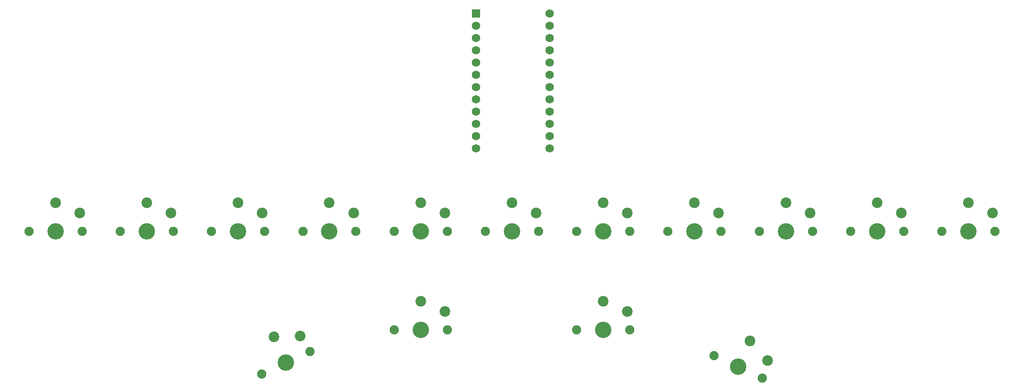
<source format=gbr>
%TF.GenerationSoftware,KiCad,Pcbnew,(5.1.8-0-10_14)*%
%TF.CreationDate,2020-12-22T21:08:17+00:00*%
%TF.ProjectId,sudokillall,7375646f-6b69-46c6-9c61-6c6c2e6b6963,rev?*%
%TF.SameCoordinates,Original*%
%TF.FileFunction,Soldermask,Bot*%
%TF.FilePolarity,Negative*%
%FSLAX46Y46*%
G04 Gerber Fmt 4.6, Leading zero omitted, Abs format (unit mm)*
G04 Created by KiCad (PCBNEW (5.1.8-0-10_14)) date 2020-12-22 21:08:17*
%MOMM*%
%LPD*%
G01*
G04 APERTURE LIST*
%ADD10C,1.752600*%
%ADD11R,1.752600X1.752600*%
%ADD12C,2.200000*%
%ADD13C,1.900000*%
%ADD14C,3.400000*%
G04 APERTURE END LIST*
D10*
%TO.C,U1*%
X171620000Y6046000D03*
X171620000Y3506000D03*
X171620000Y966000D03*
X171620000Y-1574000D03*
X171620000Y-4114000D03*
X171620000Y-6654000D03*
X171620000Y-9194000D03*
X171620000Y-11734000D03*
X171620000Y-14274000D03*
X171620000Y-16814000D03*
X171620000Y-19354000D03*
X171620000Y-21894000D03*
X156380000Y-21894000D03*
X156380000Y-19354000D03*
X156380000Y-16814000D03*
X156380000Y-14274000D03*
X156380000Y-11734000D03*
X156380000Y-9194000D03*
X156380000Y-6654000D03*
X156380000Y-4114000D03*
X156380000Y-1574000D03*
X156380000Y966000D03*
X156380000Y3506000D03*
D11*
X156380000Y6046000D03*
%TD*%
D12*
%TO.C,K4*%
X131000000Y-35300000D03*
X126000000Y-33200000D03*
D13*
X131500000Y-39100000D03*
X120500000Y-39100000D03*
D14*
X126000000Y-39100000D03*
%TD*%
D12*
%TO.C,K11*%
X263300000Y-35300000D03*
X258300000Y-33200000D03*
D13*
X263800000Y-39100000D03*
X252800000Y-39100000D03*
D14*
X258300000Y-39100000D03*
%TD*%
D12*
%TO.C,K10*%
X244400000Y-35300000D03*
X239400000Y-33200000D03*
D13*
X244900000Y-39100000D03*
X233900000Y-39100000D03*
D14*
X239400000Y-39100000D03*
%TD*%
D12*
%TO.C,K9*%
X225500000Y-35300000D03*
X220500000Y-33200000D03*
D13*
X226000000Y-39100000D03*
X215000000Y-39100000D03*
D14*
X220500000Y-39100000D03*
%TD*%
D12*
%TO.C,K8*%
X206600000Y-35300000D03*
X201600000Y-33200000D03*
D13*
X207100000Y-39100000D03*
X196100000Y-39100000D03*
D14*
X201600000Y-39100000D03*
%TD*%
D12*
%TO.C,K15*%
X149900000Y-55700000D03*
X144900000Y-53600000D03*
D13*
X150400000Y-59500000D03*
X139400000Y-59500000D03*
D14*
X144900000Y-59500000D03*
%TD*%
D12*
%TO.C,K7*%
X187700000Y-35300000D03*
X182700000Y-33200000D03*
D13*
X188200000Y-39100000D03*
X177200000Y-39100000D03*
D14*
X182700000Y-39100000D03*
%TD*%
D12*
%TO.C,K14*%
X187700000Y-55700000D03*
X182700000Y-53600000D03*
D13*
X188200000Y-59500000D03*
X177200000Y-59500000D03*
D14*
X182700000Y-59500000D03*
%TD*%
D12*
%TO.C,K6*%
X168800000Y-35300000D03*
X163800000Y-33200000D03*
D13*
X169300000Y-39100000D03*
X158300000Y-39100000D03*
D14*
X163800000Y-39100000D03*
%TD*%
D12*
%TO.C,K13*%
X216737488Y-65819122D03*
X213093448Y-61802784D03*
D13*
X215584693Y-69474400D03*
X205615307Y-64825600D03*
D14*
X210600000Y-67150000D03*
%TD*%
D12*
%TO.C,K5*%
X149900000Y-35300000D03*
X144900000Y-33200000D03*
D13*
X150400000Y-39100000D03*
X139400000Y-39100000D03*
D14*
X144900000Y-39100000D03*
%TD*%
D12*
%TO.C,K12*%
X119925590Y-60742939D03*
X114506552Y-60952784D03*
D13*
X121984693Y-63975600D03*
X112015307Y-68624400D03*
D14*
X117000000Y-66300000D03*
%TD*%
D12*
%TO.C,K3*%
X112100000Y-35300000D03*
X107100000Y-33200000D03*
D13*
X112600000Y-39100000D03*
X101600000Y-39100000D03*
D14*
X107100000Y-39100000D03*
%TD*%
D12*
%TO.C,K2*%
X93200000Y-35300000D03*
X88200000Y-33200000D03*
D13*
X93700000Y-39100000D03*
X82700000Y-39100000D03*
D14*
X88200000Y-39100000D03*
%TD*%
D12*
%TO.C,K1*%
X74300000Y-35300000D03*
X69300000Y-33200000D03*
D13*
X74800000Y-39100000D03*
X63800000Y-39100000D03*
D14*
X69300000Y-39100000D03*
%TD*%
M02*

</source>
